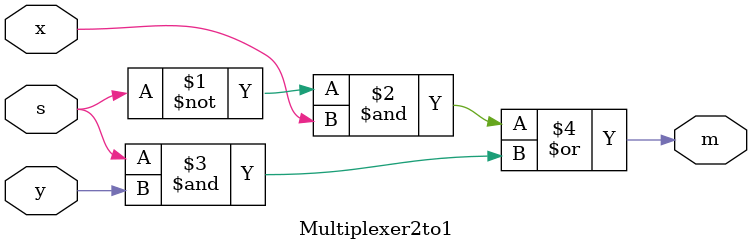
<source format=v>
/* Multiplexer 2 to 1
 * Author: Gustavo-Adolfo Murillo
 * Date: February 2024
 * 
 * DESCRIPTION:
 * This program is designed to learn how to sintetize a multiplexer
 * 2 to 1 module in the FPGA. It uses the DIP switch and buttons
 * as inputs, and the light emitting diode (LED) as output.
 * For instance, x/y represent the button input, s represents
 * the selector using the DIP switch, and m represents the LED output.
 *
 * PIN PLANER:
 * Swtich:
 * 	s <- PIN_91
 *
 * Buttons:
 * x <- PIN_88
 * y <- PIN_89

 * LEDs:
 * m <- PIN_87
 */

module Multiplexer2to1(x, y, s, m);
	input x, y, s;
	output m;
	
	assign m = (~s & x) | (s & y);
endmodule 
</source>
